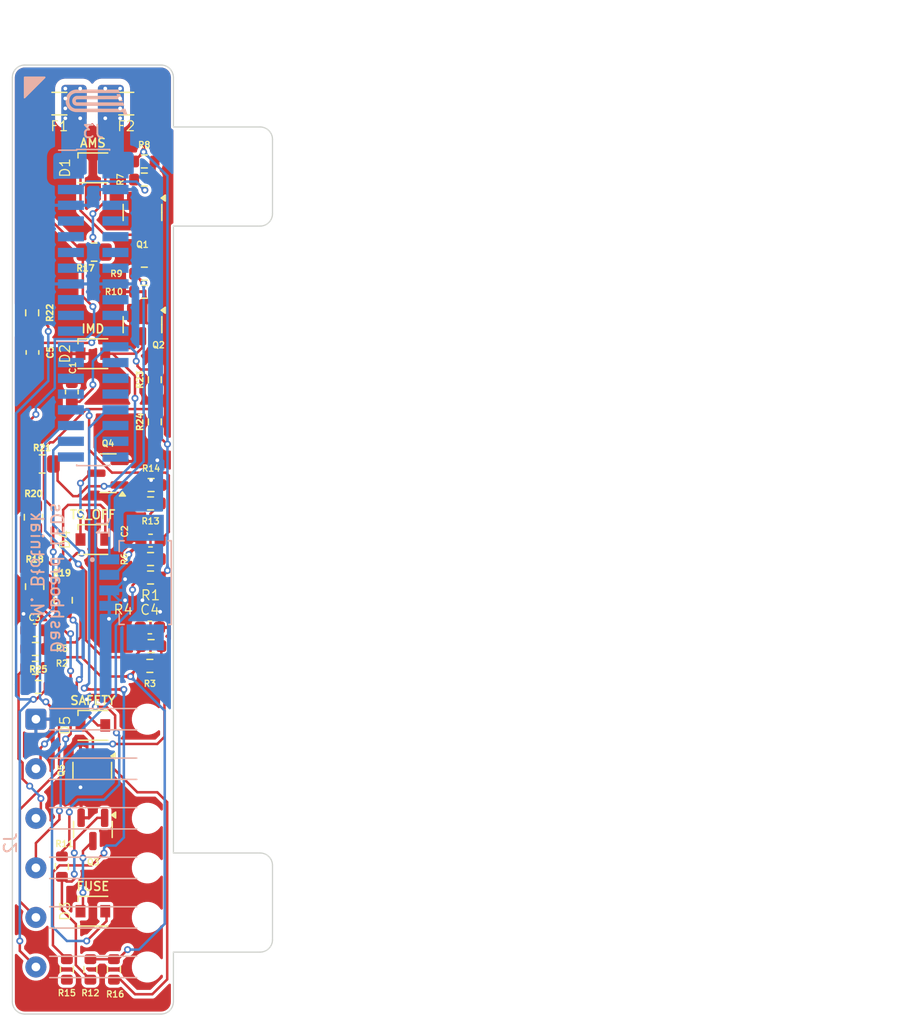
<source format=kicad_pcb>
(kicad_pcb (version 20240108) (generator "pcbnew") (generator_version "8.0")
  (title_block (title "Dashboard LEDs") (date "2024-04-12") (rev "${REVISION}") (company "Author: I. Kajdan") (comment 1 "Reviewer:"))
  (layers (0 "F.Cu" signal) (31 "B.Cu" signal) (34 "B.Paste" user) (35 "F.Paste" user) (36 "B.SilkS" user "B.Silkscreen") (37 "F.SilkS" user "F.Silkscreen") (38 "B.Mask" user) (39 "F.Mask" user) (44 "Edge.Cuts" user))
  (property "REVISION" "1.1")
  (net 0 "")
  (net 1 "Net-(D2-A)")
  (net 2 "+5V")
  (net 3 "/AMS")
  (net 4 "Net-(D4-A)")
  (net 5 "Net-(D1-A)")
  (net 6 "Net-(D1-K)")
  (net 7 "/DRS_BTN")
  (net 8 "Net-(D3-A)")
  (net 9 "/CS_BTN")
  (net 10 "Net-(D5-A)")
  (net 11 "GND")
  (net 12 "+3.3V")
  (net 13 "/SAFETY_LED")
  (net 14 "/USR_BTN")
  (net 15 "Net-(J2-Pin_6)")
  (net 16 "Net-(J3-Pin_1)")
  (net 17 "Net-(J3-Pin_2)")
  (net 18 "Net-(J2-Pin_2)")
  (net 19 "Net-(J2-Pin_3)")
  (net 20 "/RTD_BTN")
  (net 21 "/TS_OFF")
  (net 22 "/IMD")
  (net 23 "/FUSE_LED")
  (net 24 "/TSA_BTN")
  (net 25 "Net-(Q1-G)")
  (net 26 "Net-(Q2-G)")
  (net 27 "Net-(D4-K)")
  (net 28 "Net-(Q3-G)")
  (net 29 "Net-(D3-K)")
  (net 40 "Net-(J2-Pin_4)")
  (net 42 "Net-(J2-Pin_5)")
  (net 54 "Net-(D5-K)")
  (net 56 "Net-(Q4-G)")
  (net 57 "Net-(Q5-G)")
  (footprint "Resistor_SMD:R_0603_1608Metric" (layer "F.Cu") (at 156.155 104.765 180)
    (property "Reference" "R1")
    (property "Value" "10k")
  )
  (footprint "Resistor_SMD:R_0805_2012Metric" (layer "F.Cu") (at 146.7 99.9 -90)
    (property "Reference" "R20")
    (property "Value" "140")
  )
  (footprint "Resistor_SMD:R_0603_1608Metric" (layer "F.Cu") (at 146.855 112.055 180)
    (property "Reference" "R2")
    (property "Value" "10k")
  )
  (footprint "MountingHole:MountingHole_3.5mm" (layer "F.Cu") (at 162 72.4)
    (property "Reference" "REF**" (hide yes))
    (property "Value" "MountingHole_3.5mm")
  )
  (footprint "Package_TO_SOT_SMD:SOT-23" (layer "F.Cu") (at 151.45 120.3375 -90)
    (property "Reference" "Q5")
    (property "Value" "2N7002")
  )
  (footprint "Resistor_SMD:R_0805_2012Metric" (layer "F.Cu") (at 151.6 78.5)
    (property "Reference" "R17")
    (property "Value" "140")
  )
  (footprint "Capacitor_SMD:C_0603_1608Metric" (layer "F.Cu") (at 156.155 101.785 180)
    (property "Reference" "C2")
    (property "Value" "1u")
  )
  (footprint "Package_TO_SOT_SMD:SOT-23" (layer "F.Cu") (at 151.5 125.1 -90)
    (property "Reference" "Q3")
    (property "Value" "2N7002")
  )
  (footprint "Capacitor_SMD:C_0603_1608Metric" (layer "F.Cu") (at 149.8 89.8 90)
    (property "Reference" "C1")
    (property "Value" "1u")
  )
  (footprint "Resistor_SMD:R_0805_2012Metric" (layer "F.Cu") (at 149.1 106.6 -90)
    (property "Reference" "R19")
    (property "Value" "140")
  )
  (footprint "Local_Library:Wurth_Elektronik_150224" (layer "F.Cu") (at 151.5 86.7 180)
    (property "Reference" "D2")
    (property "Value" "Red")
  )
  (footprint "MountingHole:MountingHole_3.5mm" (layer "F.Cu") (at 162 131)
    (property "Reference" "REF**" (hide yes))
    (property "Value" "MountingHole_3.5mm")
  )
  (footprint "Fuse:Fuse_1206_3216Metric" (layer "F.Cu") (at 148.795 66.515 180)
    (property "Reference" "F1")
    (property "Value" "200 mA")
  )
  (footprint "Package_TO_SOT_SMD:SOT-23" (layer "F.Cu") (at 152.72 96.345 180)
    (property "Reference" "Q4")
    (property "Value" "2N7002")
  )
  (footprint "Resistor_SMD:R_0603_1608Metric" (layer "F.Cu") (at 153.2 136.4 -90)
    (property "Reference" "R16")
    (property "Value" "10k")
  )
  (footprint "Resistor_SMD:R_0603_1608Metric" (layer "F.Cu") (at 155.655 71.185)
    (property "Reference" "R8")
    (property "Value" "10k")
  )
  (footprint "Local_Library:Wurth_Elektronik_150224" (layer "F.Cu") (at 151.5 116.7 180)
    (property "Reference" "D5")
    (property "Value" "Yellow")
  )
  (footprint "Package_TO_SOT_SMD:SOT-23" (layer "F.Cu") (at 155.505 75.3 -90)
    (property "Reference" "Q1")
    (property "Value" "2N7002")
  )
  (footprint "Resistor_SMD:R_0603_1608Metric" (layer "F.Cu") (at 156.155 98.785 180)
    (property "Reference" "R13")
    (property "Value" "100R")
  )
  (footprint "Resistor_SMD:R_0603_1608Metric" (layer "F.Cu") (at 156.2 97.3)
    (property "Reference" "R14")
    (property "Value" "10k")
  )
  (footprint "Capacitor_SMD:C_0603_1608Metric" (layer "F.Cu") (at 156.1 108.8)
    (property "Reference" "C4")
    (property "Value" "1u")
  )
  (footprint "Resistor_SMD:R_0603_1608Metric" (layer "F.Cu") (at 146.6 83.4 -90)
    (property "Reference" "R22")
    (property "Value" "1k")
  )
  (footprint "Resistor_SMD:R_0603_1608Metric" (layer "F.Cu") (at 155.655 80.24)
    (property "Reference" "R9")
    (property "Value" "100R")
  )
  (footprint "Resistor_SMD:R_0603_1608Metric" (layer "F.Cu") (at 149.4 136.4 -90)
    (property "Reference" "R15")
    (property "Value" "100R")
  )
  (footprint "Resistor_SMD:R_0603_1608Metric" (layer "F.Cu") (at 155.655 72.645)
    (property "Reference" "R7")
    (property "Value" "100R")
  )
  (footprint "Resistor_SMD:R_0603_1608Metric" (layer "F.Cu") (at 151.3 136.4 -90)
    (property "Reference" "R12")
    (property "Value" "10k")
  )
  (footprint "Local_Library:Wurth_Elektronik_150224" (layer "F.Cu") (at 151.5 71.7 180)
    (property "Reference" "D1")
    (property "Value" "Red")
  )
  (footprint "Fuse:Fuse_1206_3216Metric" (layer "F.Cu") (at 154.195 66.515 180)
    (property "Reference" "F2")
    (property "Value" "200 mA")
  )
  (footprint "Resistor_SMD:R_0603_1608Metric" (layer "F.Cu") (at 156.1 111.9)
    (property "Reference" "R3")
    (property "Value" "10k")
  )
  (footprint "Resistor_SMD:R_0603_1608Metric" (layer "F.Cu") (at 156.5 88.8 -90)
    (property "Reference" "R23")
    (property "Value" "1k")
  )
  (footprint "Package_TO_SOT_SMD:SOT-23" (layer "F.Cu") (at 155.505 84.355 -90)
    (property "Reference" "Q2")
    (property "Value" "2N7002")
  )
  (footprint "Resistor_SMD:R_0603_1608Metric" (layer "F.Cu") (at 156.2 110.3)
    (property "Reference" "R4")
    (property "Value" "1k")
  )
  (footprint "Local_Library:Wurth_Elektronik_150224" (layer "F.Cu") (at 151.5 101.7 180)
    (property "Reference" "D4")
    (property "Value" "Green")
  )
  (footprint "Local_Library:Wurth_Elektronik_150224" (layer "F.Cu") (at 151.5 131.7 180)
    (property "Reference" "D3")
    (property "Value" "Yellow")
  )
  (footprint "Resistor_SMD:R_0603_1608Metric" (layer "F.Cu") (at 155.655 81.7 180)
    (property "Reference" "R10")
    (property "Value" "10k")
  )
  (footprint "Capacitor_SMD:C_0603_1608Metric" (layer "F.Cu") (at 146.625 86.6 -90)
    (property "Reference" "C5")
    (property "Value" "1u")
  )
  (footprint "Resistor_SMD:R_0603_1608Metric" (layer "F.Cu") (at 146.855 110.535)
    (property "Reference" "R5")
    (property "Value" "1k")
  )
  (footprint "Resistor_SMD:R_0603_1608Metric" (layer "F.Cu") (at 156.5 92.2 90)
    (property "Reference" "R24")
    (property "Value" "10k")
  )
  (footprint "Resistor_SMD:R_0805_2012Metric" (layer "F.Cu") (at 147.4 95.6)
    (property "Reference" "R21")
    (property "Value" "140")
  )
  (footprint "Capacitor_SMD:C_0603_1608Metric" (layer "F.Cu") (at 146.855 109.025 180)
    (property "Reference" "C3")
    (property "Value" "1u")
  )
  (footprint "Resistor_SMD:R_0603_1608Metric" (layer "F.Cu") (at 156.155 103.275 180)
    (property "Reference" "R6")
    (property "Value" "1k")
  )
  (footprint "Resistor_SMD:R_0603_1608Metric" (layer "F.Cu") (at 149 128.1 -90)
    (property "Reference" "R11")
    (property "Value" "100R")
  )
  (footprint "Resistor_SMD:R_0603_1608Metric" (layer "F.Cu") (at 147.1 113.6)
    (property "Reference" "R25")
    (property "Value" "10k")
  )
  (footprint "Resistor_SMD:R_0805_2012Metric" (layer "F.Cu") (at 146.8 105.5 -90)
    (property "Reference" "R18")
    (property "Value" "140")
  )
  (footprint "Connector_Wire:SolderWire-0.15sqmm_1x06_P4mm_D0.5mm_OD1.5mm_Relief" (layer "B.Cu") (at 146.9 116.2 -90)
    (property "Reference" "J2")
    (property "Value" "Conn_01x06")
  )
  (footprint "Local_Library:PUTM_Logo_5mm" (layer "B.Cu") (at 151.8 66.4 180)
    (property "Reference" "G***" (hide yes))
    (property "Value" "LOGO" (hide yes))
  )
  (footprint "Connector_PinSocket_1.27mm:PinSocket_2x20_P1.27mm_Vertical_SMD" (layer "B.Cu") (at 151.525 82.975 180)
    (property "Reference" "J3")
    (property "Value" "Expansion Connector")
  )
  (footprint "Local_Library:Molex_53261-0471" (layer "B.Cu") (at 152.825 105.175 -90)
    (property "Reference" "J1")
    (property "Value" "Harness")
  )
  (gr_poly (pts (xy 146 64.4) (xy 146 66) (xy 147.6 64.4)) (stroke (width 0.15)) (fill solid) (layer "B.SilkS"))
  (gr_line (start 158 76.4) (end 158 127) (stroke (width 0.1)) (layer "Edge.Cuts"))
  (gr_line (start 157 63.4) (end 146 63.4) (stroke (width 0.1)) (layer "Edge.Cuts"))
  (gr_line (start 145 64.4) (end 145 139) (stroke (width 0.1)) (layer "Edge.Cuts"))
  (gr_arc (start 165 68.4) (mid 165.707107 68.692893) (end 166 69.4) (stroke (width 0.1)) (layer "Edge.Cuts"))
  (gr_line (start 158 135) (end 158 139) (stroke (width 0.1)) (layer "Edge.Cuts"))
  (gr_line (start 158 76.4) (end 165 76.4) (stroke (width 0.1)) (layer "Edge.Cuts"))
  (gr_arc (start 158 139) (mid 157.707107 139.707107) (end 157 140) (stroke (width 0.1)) (layer "Edge.Cuts"))
  (gr_arc (start 157 63.4) (mid 157.707107 63.692893) (end 158 64.4) (stroke (width 0.1)) (layer "Edge.Cuts"))
  (gr_line (start 158 68.4) (end 165 68.4) (stroke (width 0.1)) (layer "Edge.Cuts"))
  (gr_arc (start 166 75.4) (mid 165.707107 76.107107) (end 165 76.4) (stroke (width 0.1)) (layer "Edge.Cuts"))
  (gr_line (start 166 134) (end 166 128) (stroke (width 0.1)) (layer "Edge.Cuts"))
  (gr_line (start 157 140) (end 146 140) (stroke (width 0.1)) (layer "Edge.Cuts"))
  (gr_line (start 158 64.4) (end 158 68.4) (stroke (width 0.1)) (layer "Edge.Cuts"))
  (gr_arc (start 166 134) (mid 165.707107 134.707107) (end 165 135) (stroke (width 0.1)) (layer "Edge.Cuts"))
  (gr_arc (start 146 140) (mid 145.292893 139.707107) (end 145 139) (stroke (width 0.1)) (layer "Edge.Cuts"))
  (gr_line (start 158 127) (end 165 127) (stroke (width 0.1)) (layer "Edge.Cuts"))
  (gr_arc (start 165 127) (mid 165.707107 127.292893) (end 166 128) (stroke (width 0.1)) (layer "Edge.Cuts"))
  (gr_line (start 158 135) (end 165 135) (stroke (width 0.1)) (layer "Edge.Cuts"))
  (gr_arc (start 145 64.4) (mid 145.292893 63.692893) (end 146 63.4) (stroke (width 0.1)) (layer "Edge.Cuts"))
  (gr_line (start 166 75.4) (end 166 69.4) (stroke (width 0.1)) (layer "Edge.Cuts"))
  (gr_text "Dashboard LEDs" (at 148 104.8 270) (layer "B.SilkS") (effects (font (size 1 1)) (justify bottom mirror)))
  (gr_text "M. Błotniak" (at 146.4 103.7 270) (layer "B.SilkS") (effects (font (size 1 1)) (justify bottom mirror)))
  (gr_text "FUSE" (at 151.5 130.1 0) (layer "F.SilkS") (effects (font (size 0.7 0.7) (thickness 0.13)) (justify bottom)))
  (gr_text "IMD" (at 151.5 85.1 0) (layer "F.SilkS") (effects (font (size 0.7 0.7) (thickness 0.13)) (justify bottom)))
  (gr_text "SAFETY" (at 151.5 115.1 0) (layer "F.SilkS") (effects (font (size 0.7 0.7) (thickness 0.13)) (justify bottom)))
  (gr_text "AMS" (at 151.5 70.1 0) (layer "F.SilkS") (effects (font (size 0.7 0.7) (thickness 0.13)) (justify bottom)))
  (gr_text "TS_OFF" (at 151.5 100.1 0) (layer "F.SilkS") (effects (font (size 0.7 0.7) (thickness 0.13)) (justify bottom)))
  (segment (start 152.5 86.7) (end 153.1 86.7) (width 0.2) (layer "F.Cu") (net 1))
  (segment (start 154.9 88.5) (end 154.9 90.3) (width 0.2) (layer "F.Cu") (net 1))
  (segment (start 148.65 96.95) (end 148.65 95.6) (width 0.2) (layer "F.Cu") (net 1))
  (segment (start 149.9 98.2) (end 148.65 96.95) (width 0.2) (layer "F.Cu") (net 1))
  (segment (start 152.4 97.4) (end 151.1 97.4) (width 0.2) (layer "F.Cu") (net 1))
  (segment (start 150.3 98.2) (end 149.9 98.2) (width 0.2) (layer "F.Cu") (net 1))
  (segment (start 154.6 88.2) (end 154.9 88.5) (width 0.2) (layer "F.Cu") (net 1))
  (segment (start 153.1 86.7) (end 154.6 88.2) (width 0.2) (layer "F.Cu") (net 1))
  (segment (start 151.1 97.4) (end 150.3 98.2) (width 0.2) (layer "F.Cu") (net 1))
  (segment (start 155.505 85.2925) (end 155.505 85.6925) (width 0.2) (layer "F.Cu") (net 1))
  (segment (start 152.515 86.715) (end 152.5 86.7) (width 0.2) (layer "F.Cu") (net 1))
  (segment (start 155.505 86.195) (end 155.505 85.2925) (width 0.2) (layer "F.Cu") (net 1))
  (segment (start 155 86.7) (end 155.505 86.195) (width 0.2) (layer "F.Cu") (net 1))
  (segment (start 152.5 86.7) (end 155 86.7) (width 0.2) (layer "F.Cu") (net 1))
  (via (at 152.4 97.4) (size 0.56) (drill 0.3) (layers "F.Cu" "B.Cu") (net 1))
  (via (at 154.9 90.3) (size 0.56) (drill 0.3) (layers "F.Cu" "B.Cu") (net 1))
  (segment (start 154.9 90.3) (end 154.9 95.39) (width 0.2) (layer "B.Cu") (net 1))
  (segment (start 154.9 95.39) (end 152.89 97.4) (width 0.2) (layer "B.Cu") (net 1))
  (segment (start 152.89 97.4) (end 152.4 97.4) (width 0.2) (layer "B.Cu") (net 1))
  (segment (start 146.4875 92.0125) (end 146.9 91.6) (width 0.2) (layer "F.Cu") (net 2))
  (segment (start 150.6875 82.0875) (end 151.5 82.9) (width 0.2) (layer "F.Cu") (net 2))
  (segment (start 147.395 75.2075) (end 147.395 66.515) (width 0.2) (layer "F.Cu") (net 2))
  (segment (start 146.4875 95.6) (end 146.4875 98.775) (width 0.2) (layer "F.Cu") (net 2))
  (segment (start 145.7 104.3) (end 145.9875 104.5875) (width 0.2) (layer "F.Cu") (net 2))
  (segment (start 145.7 99.9) (end 145.7 104.3) (width 0.2) (layer "F.Cu") (net 2))
  (segment (start 146.7 98.9875) (end 146.6125 98.9875) (width 0.2) (layer "F.Cu") (net 2))
  (segment (start 146.6125 98.9875) (end 145.7 99.9) (width 0.2) (layer "F.Cu") (net 2))
  (segment (start 146.4875 95.6) (end 146.4875 92.0125) (width 0.2) (layer "F.Cu") (net 2))
  (segment (start 146.8 104.5875) (end 148 104.5875) (width 0.2) (layer "F.Cu") (net 2))
  (segment (start 150.6875 78.5) (end 147.395 75.2075) (width 0.2) (layer "F.Cu") (net 2))
  (segment (start 147.395 66.305) (end 147.395 66.515) (width 0.2) (layer "F.Cu") (net 2))
  (segment (start 148 104.5875) (end 149.1 105.6875) (width 0.2) (layer "F.Cu") (net 2))
  (segment (start 145.9875 104.5875) (end 146.8 104.5875) (width 0.2) (layer "F.Cu") (net 2))
  (segment (start 150.6875 78.5) (end 150.6875 82.0875) (width 0.2) (layer "F.Cu") (net 2))
  (segment (start 146.4875 98.775) (end 146.7 98.9875) (width 0.2) (layer "F.Cu") (net 2))
  (via (at 151.5 82.9) (size 0.56) (drill 0.3) (layers "F.Cu" "B.Cu") (net 2))
  (via (at 146.9 91.6) (size 0.56) (drill 0.3) (layers "F.Cu" "B.Cu") (net 2))
  (segment (start 146.9 91) (end 146.9 91.6) (width 0.2) (layer "B.Cu") (net 2))
  (segment (start 151.6 84.9) (end 151.550466 84.9) (width 0.2) (layer "B.Cu") (net 2))
  (segment (start 148.425 85.525) (end 148.425 89.475) (width 0.2) (layer "B.Cu") (net 2))
  (segment (start 151.550466 84.9) (end 150.925466 85.525) (width 0.2) (layer "B.Cu") (net 2))
  (segment (start 151.5 82.9) (end 151.6 83) (width 0.2) (layer "B.Cu") (net 2))
  (segment (start 148.425 89.475) (end 147.8 90.1) (width 0.2) (layer "B.Cu") (net 2))
  (segment (start 147.8 90.1) (end 146.9 91) (width 0.2) (layer "B.Cu") (net 2))
  (segment (start 151.6 83) (end 151.6 84.9) (width 0.2) (layer "B.Cu") (net 2))
  (segment (start 150.925466 85.525) (end 148.425 85.525) (width 0.2) (layer "B.Cu") (net 2))
  (segment (start 155.7 73.5) (end 155.685 73.5) (width 0.2) (layer "F.Cu") (net 3))
  (segment (start 155.685 73.5) (end 154.83 72.645) (width 0.2) (layer "F.Cu") (net 3))
  (via (at 155.7 73.5) (size 0.56) (drill 0.3) (layers "F.Cu" "B.Cu") (net 3))
  (segment (start 155.01 72.81) (end 151.04 72.81) (width 0.2) (layer "B.Cu") (net 3))
  (segment (start 150.4 73.45) (end 149.725 73.45) (width 0.2) (layer "B.Cu") (net 3))
  (segment (start 155.7 73.5) (end 155.01 72.81) (width 0.2) (layer "B.Cu") (net 3))
  (segment (start 151.04 72.81) (end 150.4 73.45) (width 0.2) (layer "B.Cu") (net 3))
  (segment (start 152.1 98.9) (end 149.5 98.9) (width 0.2) (layer "F.Cu") (net 4))
  (segment (start 148.7 103.7) (end 148.1 103.7) (width 0.2) (layer "F.Cu") (net 4))
  (segment (start 146.7 102.3) (end 146.7 100.8125) (width 0.2) (layer "F.Cu") (net 4))
  (segment (start 149.5 98.9) (end 149.1 99.3) (width 0.2) (layer "F.Cu") (net 4))
  (segment (start 152.5 101.7) (end 152.5 99.3) (width 0.2) (layer "F.Cu") (net 4))
  (segment (start 149.1 99.3) (end 149.1 103.3) (width 0.2) (layer "F.Cu") (net 4))
  (segment (start 148.1 103.7) (end 146.7 102.3) (width 0.2) (layer "F.Cu") (net 4))
  (segment (start 152.5 99.3) (end 152.1 98.9) (width 0.2) (layer "F.Cu") (net 4))
  (segment (start 152.515 101.715) (end 152.5 101.7) (width 0.2) (layer "F.Cu") (net 4))
  (segment (start 149.1 103.3) (end 148.7 103.7) (width 0.2) (layer "F.Cu") (net 4))
  (segment (start 151.5 77.7) (end 151.5 77.3) (width 0.2) (layer "F.Cu") (net 5))
  (segment (start 152.3 78.5) (end 151.5 77.7) (width 0.2) (layer "F.Cu") (net 5))
  (segment (start 152.515 71.715) (end 152.5 71.7) (width 0.2) (layer "F.Cu") (net 5))
  (segment (start 152.5 74.4) (end 152.5 71.7) (width 0.2) (layer "F.Cu") (net 5))
  (segment (start 152.5125 78.5) (end 152.3 78.5) (width 0.2) (layer "F.Cu") (net 5))
  (segment (start 151.5 75.4) (end 152.5 74.4) (width 0.2) (layer "F.Cu") (net 5))
  (via (at 151.5 75.4) (size 0.56) (drill 0.3) (layers "F.Cu" "B.Cu") (net 5))
  (via (at 151.5 77.3) (size 0.56) (drill 0.3) (layers "F.Cu" "B.Cu") (net 5))
  (segment (start 151.5 77.3) (end 151.5 75.4) (width 0.2) (layer "B.Cu") (net 5))
  (segment (start 155.505 76.695) (end 155.505 76.2375) (width 0.2) (layer "F.Cu") (net 6))
  (segment (start 150.5 75.15) (end 152.45 77.1) (width 0.2) (layer "F.Cu") (net 6))
  (segment (start 150.5 71.7) (end 150.5 75.15) (width 0.2) (layer "F.Cu") (net 6))
  (segment (start 155.1 77.1) (end 155.505 76.695) (width 0.2) (layer "F.Cu") (net 6))
  (segment (start 152.45 77.1) (end 155.1 77.1) (width 0.2) (layer "F.Cu") (net 6))
  (segment (start 149.8 90.575) (end 150.425 90.575) (width 0.2) (layer "F.Cu") (net 7))
  (segment (start 156.5 87.975) (end 155.375 87.975) (width 0.2) (layer "F.Cu") (net 7))
  (segment (start 155.375 87.975) (end 155.1 87.7) (width 0.2) (layer "F.Cu") (net 7))
  (segment (start 155.1 87.4) (end 155 87.3) (width 0.2) (layer "F.Cu") (net 7))
  (segment (start 155.1 87.7) (end 155.1 87.4) (width 0.2) (layer "F.Cu") (net 7))
  (segment (start 150.425 90.575) (end 151.5 89.5) (width 0.2) (layer "F.Cu") (net 7))
  (segment (start 151.5 89.5) (end 151.5 89.2) (width 0.2) (layer "F.Cu") (net 7))
  (via (at 151.5 89.2) (size 0.56) (drill 0.3) (layers "F.Cu" "B.Cu") (net 7))
  (via (at 155 87.3) (size 0.56) (drill 0.3) (layers "F.Cu" "B.Cu") (net 7))
  (segment (start 152.65 86.15) (end 153.325 86.15) (width 0.2) (layer "B.Cu") (net 7))
  (segment (start 151.5 87.3) (end 152.65 86.15) (width 0.2) (layer "B.Cu") (net 7))
  (segment (start 155 87.3) (end 155 86.65) (width 0.2) (layer "B.Cu") (net 7))
  (segment (start 154.5 86.15) (end 153.325 86.15) (width 0.2) (layer "B.Cu") (net 7))
  (segment (start 151.5 89.2) (end 151.5 87.3) (width 0.2) (layer "B.Cu") (net 7))
  (segment (start 155 86.65) (end 154.5 86.15) (width 0.2) (layer "B.Cu") (net 7))
  (segment (start 152.6 132.5) (end 151 134.1) (width 0.2) (layer "F.Cu") (net 8))
  (segment (start 149.7 117.4) (end 149.7 112.3) (width 0.2) (layer "F.Cu") (net 8))
  (segment (start 152.5 131.7) (end 152.6 131.8) (width 0.2) (layer "F.Cu") (net 8))
  (segment (start 146.8 106.639034) (end 149.460966 109.3) (width 0.2) (layer "F.Cu") (net 8))
  (segment (start 152.6 131.8) (end 152.6 132.5) (width 0.2) (layer "F.Cu") (net 8))
  (segment (start 149.460966 109.3) (end 149.7 109.3) (width 0.2) (layer "F.Cu") (net 8))
  (segment (start 149.3 117.8) (end 149.7 117.4) (width 0.2) (layer "F.Cu") (net 8))
  (segment (start 146.8 106.4125) (end 146.8 106.639034) (width 0.2) (layer "F.Cu") (net 8))
  (via (at 149.7 109.3) (size 0.56) (drill 0.3) (layers "F.Cu" "B.Cu") (net 8))
  (via (at 149.7 112.3) (size 0.56) (drill 0.3) (layers "F.Cu" "B.Cu") (net 8))
  (via (at 149.3 117.8) (size 0.56) (drill 0.3) (layers "F.Cu" "B.Cu") (net 8))
  (via (at 151 134.1) (size 0.56) (drill 0.3) (layers "F.Cu" "B.Cu") (net 8))
  (segment (start 149.3 118.4) (end 149.3 117.8) (width 0.2) (layer "B.Cu") (net 8))
  (segment (start 148.2 119.5) (end 149.3 118.4) (width 0.2) (layer "B.Cu") (net 8))
  (segment (start 148.2 132.9) (end 148.2 129.8) (width 0.2) (layer "B.Cu") (net 8))
  (segment (start 149.4 134.1) (end 149 133.7) (width 0.2) (layer "B.Cu") (net 8))
  (segment (start 151 134.1) (end 149.4 134.1) (width 0.2) (layer "B.Cu") (net 8))
  (segment (start 149.3 117.8) (end 149.3 117.7) (width 0.2) (layer "B.Cu") (net 8))
  (segment (start 149 133.7) (end 148.2 132.9) (width 0.2) (layer "B.Cu") (net 8))
  (segment (start 149.7 110.4) (end 149.7 109.3) (width 0.2) (layer "B.Cu") (net 8))
  (segment (start 148.2 129.8) (end 148.2 119.5) (width 0.2) (layer "B.Cu") (net 8))
  (segment (start 149.7 112.3) (end 149.7 110.4) (width 0.2) (layer "B.Cu") (net 8))
  (segment (start 157.4 96.3) (end 155.9 96.3) (width 0.2) (layer "F.Cu") (net 9))
  (segment (start 156.93 101.785) (end 157.63 101.085) (width 0.2) (layer "F.Cu") (net 9))
  (segment (start 156.98 101.835) (end 156.93 101.785) (width 0.2) (layer "F.Cu") (net 9))
  (segment (start 153.044842 96.3) (end 151.2 94.455158) (width 0.2) (layer "F.Cu") (net 9))
  (segment (start 151.2 94.455158) (end 151.2 91.7) (width 0.2) (layer "F.Cu") (net 9))
  (segment (start 157.63 96.53) (end 157.4 96.3) (width 0.2) (layer "F.Cu") (net 9))
  (segment (start 156.98 103.275) (end 156.98 101.835) (width 0.2) (layer "F.Cu") (net 9))
  (segment (start 155.9 96.3) (end 153.044842 96.3) (width 0.2) (layer "F.Cu") (net 9))
  (segment (start 157.63 101.085) (end 157.63 96.53) (width 0.2) (layer "F.Cu") (net 9))
  (via (at 151.2 91.7) (size 0.56) (drill 0.3) (layers "F.Cu" "B.Cu") (net 9))
  (segment (start 150.87 91.23) (end 149.725 91.23) (width 0.2) (layer "B.Cu") (net 9))
  (segment (start 150.9 91.2) (end 150.87 91.23) (width 0.2) (layer "B.Cu") (net 9))
  (segment (start 151.2 91.3) (end 151.1 91.2) (width 0.2) (layer "B.Cu") (net 9))
  (segment (start 151.2 91.7) (end 151.2 91.3) (width 0.2) (layer "B.Cu") (net 9))
  (segment (start 151.1 91.2) (end 150.9 91.2) (width 0.2) (layer "B.Cu") (net 9))
  (segment (start 149.07 91.23) (end 149.725 91.23) (width 0.2) (layer "B.Cu") (net 9))
  (segment (start 150.2 113.2) (end 150.4 113) (width 0.2) (layer "F.Cu") (net 10))
  (segment (start 149.1 107.5125) (end 149.2125 107.5125) (width 0.2) (layer "F.Cu") (net 10))
  (segment (start 152.515 116.715) (end 152.5 116.7) (width 0.2) (layer "F.Cu") (net 10))
  (segment (start 150.2 115) (end 150.2 113.3) (width 0.2) (layer "F.Cu") (net 10))
  (segment (start 152.5 116.7) (end 151.9 116.7) (width 0.2) (layer "F.Cu") (net 10))
  (segment (start 151.9 116.7) (end 150.2 115) (width 0.2) (layer "F.Cu") (net 10))
  (segment (start 150.2 113.3) (end 150.2 113.2) (width 0.2) (layer "F.Cu") (net 10))
  (segment (start 149.2125 107.5125) (end 149.9 108.2) (width 0.2) (layer "F.Cu") (net 10))
  (via (at 150.4 113) (size 0.56) (drill 0.3) (layers "F.Cu" "B.Cu") (net 10))
  (via (at 149.9 108.2) (size 0.56) (drill 0.3) (layers "F.Cu" "B.Cu") (net 10))
  (segment (start 150.6 111.8) (end 150.6 112.8) (width 0.2) (layer "B.Cu") (net 10))
  (segment (start 149.9 108.2) (end 150.23 108.53) (width 0.2) (layer "B.Cu") (net 10))
  (segment (start 150.23 111.43) (end 150.6 111.8) (width 0.2) (layer "B.Cu") (net 10))
  (segment (start 150.23 108.53) (end 150.23 111.43) (width 0.2) (layer "B.Cu") (net 10))
  (segment (start 150.6 112.8) (end 150.4 113) (width 0.2) (layer "B.Cu") (net 10))
  (segment (start 156.605 95.395) (end 156.7 95.3) (width 0.2) (layer "F.Cu") (net 11))
  (segment (start 151 114.6) (end 154.345 114.6) (width 0.2) (layer "F.Cu") (net 11))
  (segment (start 153.87 102.680466) (end 154.765466 101.785) (width 0.2) (layer "F.Cu") (net 11))
  (segment (start 156.93 107.53) (end 156.9 107.5) (width 0.2) (layer "F.Cu") (net 11))
  (segment (start 148.275 89.025) (end 146.625 87.375) (width 0.2) (layer "F.Cu") (net 11))
  (segment (start 156.2 96.9) (end 156.2 97) (width 0.2) (layer "F.Cu") (net 11))
  (segment (start 153.6575 95.395) (end 156.605 95.395) (width 0.2) (layer "F.Cu") (net 11))
  (segment (start 154.765466 101.785) (end 155.38 101.785) (width 0.2) (layer "F.Cu") (net 11))
  (segment (start 156.875 107.585) (end 156.93 107.53) (width 0.2) (layer "F.Cu") (net 11))
  (segment (start 156.875 108.8) (end 156.875 107.585) (width 0.2) (layer "F.Cu") (net 11))
  (segment (start 149.8 89.025) (end 148.275 89.025) (width 0.2) (layer "F.Cu") (net 11))
  (segment (start 150.55 124.1625) (end 150.55 121.75) (width 0.2) (layer "F.Cu") (net 11))
  (segment (start 150.5 121.7) (end 150.5 119.4) (width 0.2) (layer "F.Cu") (net 11))
  (segment (start 145.9 107.7) (end 145.9 108.845) (width 0.2) (layer "F.Cu") (net 11))
  (segment (start 145.9 108.845) (end 146.08 109.025) (width 0.2) (layer "F.Cu") (net 11))
  (segment (start 156.2 97) (end 156.5 97.3) (width 0.2) (layer "F.Cu") (net 11))
  (segment (start 150.55 121.65) (end 150.5 121.7) (width 0.2) (layer "F.Cu") (net 11))
  (segment (start 150.5 88.325) (end 149.8 89.025) (width 0.2) (layer "F.Cu") (net 11))
  (segment (start 153.87 104.67) (end 153.87 102.680466) (width 0.2) (layer "F.Cu") (net 11))
  (segment (start 150.55 121.75) (end 150.5 121.7) (width 0.2) (layer "F.Cu") (net 11))
  (segment (start 156.5 97.3) (end 157.025 97.3) (width 0.2) (layer "F.Cu") (net 11))
  (segment (start 155.5 106.6) (end 154.3 106.6) (width 0.2) (layer "F.Cu") (net 11))
  (segment (start 154.1 104.9) (end 153.87 104.67) (width 0.2) (layer "F.Cu") (net 11))
  (segment (start 150.5 86.7) (end 150.5 88.325) (width 0.2) (layer "F.Cu") (net 11))
  (segment (start 154.3 106.6) (end 154.1 106.6) (width 0.2) (layer "F.Cu") (net 11))
  (via (at 151 114.6) (size 0.56) (drill 0.3) (layers "F.Cu" "B.Cu") (net 11))
  (via (at 152.8 108.1) (size 0.5) (drill 0.3) (layers "F.Cu" "B.Cu") (net 11))
  (via (at 156.7 95.3) (size 0.5) (drill 0.3) (layers "F.Cu" "B.Cu") (net 11))
  (via (at 145.9 107.7) (size 0.5) (drill 0.3) (layers "F.Cu" "B.Cu") (net 11))
  (via (at 154.1 104.9) (size 0.56) (drill 0.3) (layers "F.Cu" "B.Cu") (net 11))
  (via (at 155.5 106.6) (size 0.56) (drill 0.3) (layers "F.Cu" "B.Cu") (net 11))
  (via (at 150.5 121.7) (size 0.56) (drill 0.3) (layers "F.Cu" "B.Cu") (net 11))
  (via (at 154.1 106.6) (size 0.56) (drill 0.3) (layers "F.Cu" "B.Cu") (net 11))
  (via (at 156.93 107.53) (size 0.56) (drill 0.3) (layers "F.Cu" "B.Cu") (net 11))
  (via (at 156.2 96.9) (size 0.56) (drill 0.3) (layers "F.Cu" "B.Cu") (net 11))
  (segment (start 156.93 107.53) (end 156.9 107.5) (width 0.2) (layer "B.Cu") (net 11))
  (segment (start 152.8 107.075) (end 152.825 107.05) (width 0.2) (layer "B.Cu") (net 11))
  (segment (start 157.17 96.03) (end 157.1 96.1) (width 0.2) (layer "B.Cu") (net 11))
  (segment (start 155.8 106.6) (end 155.5 106.6) (width 0.2) (layer "B.Cu") (net 11))
  (segment (start 156.2 96.7) (end 156.2 96.9) (width 0.2) (layer "B.Cu") (net 11))
  (segment (start 156.8 96.4) (end 156.5 96.4) (width 0.2) (layer "B.Cu") (net 11))
  (segment (start 152.8 108.1) (end 152.8 107.075) (width 0.2) (layer "B.Cu") (net 11))
  (segment (start 156.9 106.9) (end 156.6 106.6) (width 0.2) (layer "B.Cu") (net 11))
  (segment (start 154.1 104.925) (end 154.1 104.9) (width 0.2) (layer "B.Cu") (net 11))
  (segment (start 157.17 95.37) (end 157.17 95.4) (width 0.2) (layer "B.Cu") (net 11))
  (segment (start 156.9 107.5) (end 156.9 106.9) (width 0.2) (layer "B.Cu") (net 11))
  (segment (start 156.7 95.3) (end 157.1 95.3) (width 0.2) (layer "B.Cu") (net 11))
  (segment (start 152.825 105.8) (end 152.825 107.05) (width 0.2) (layer "B.Cu") (net 11))
  (segment (start 149.425 116.175) (end 146.925 116.175) (width 0.2) (layer "B.Cu") (net 11))
  (segment (start 151 114.6) (end 149.425 116.175) (width 0.2) (layer "B.Cu") (net 11))
  (segment (start 157.1 96.1) (end 156.8 96.4) (width 0.2) (layer "B.Cu") (net 11))
  (segment (start 153.225 105.8) (end 154.1 104.925) (width 0.2) (layer "B.Cu") (net 11))
  (segment (start 152.825 105.8) (end 153.225 105.8) (width 0.2) (layer "B.Cu") (net 11))
  (segment (start 156.6 106.6) (end 155.8 106.6) (width 0.2) (layer "B.Cu") (net 11))
  (segment (start 154.1 106.6) (end 153.625 106.6) (width 0.2) (layer "B.Cu") (net 11))
  (segment (start 153.625 106.6) (end 152.825 105.8) (width 0.2) (layer "B.Cu") (net 11))
  (segment (start 157.1 95.3) (end 157.17 95.37) (width 0.2) (layer "B.Cu") (net 11))
  (segment (start 157.17 95.4) (end 157.17 96.03) (width 0.2) (layer "B.Cu") (net 11))
  (segment (start 156.5 96.4) (end 156.2 96.7) (width 0.2) (layer "B.Cu") (net 11))
  (segment (start 148.5 111.2) (end 147.68 112.02) (width 0.2) (layer "F.Cu") (net 12))
  (segment (start 146.275 113.46) (end 147.68 112.055) (width 0.2) (layer "F.Cu") (net 12))
  (segment (start 156.98 104.765) (end 156.15 105.595) (width 0.2) (layer "F.Cu") (net 12))
  (segment (start 154.54 112.755) (end 154.54 112.635) (width 0.2) (layer "F.Cu") (net 12))
  (segment (start 153.2 135.575) (end 151.3 135.575) (width 0.2) (layer "F.Cu") (net 12))
  (segment (start 152.155 112.755) (end 150.6 111.2) (width 0.2) (layer "F.Cu") (net 12))
  (segment (start 156.98 104.74) (end 157.52 104.2) (width 0.2) (layer "F.Cu") (net 12))
  (segment (start 154.54 112.755) (end 152.155 112.755) (width 0.2) (layer "F.Cu") (net 12))
  (segment (start 150.6 111.2) (end 148.5 111.2) (width 0.2) (layer "F.Cu") (net 12))
  (segment (start 156.15 111.45) (end 155.7 111.9) (width 0.2) (layer "F.Cu") (net 12))
  (segment (start 155.595 70.42) (end 155.595 66.515) (width 0.2) (layer "F.Cu") (net 12))
  (segment (start 156.15 105.595) (end 156.15 111.45) (width 0.2) (layer "F.Cu") (net 12))
  (segment (start 147.68 112.02) (end 147.68 112.055) (width 0.2) (layer "F.Cu") (net 12))
  (segment (start 156.98 104.765) (end 156.98 104.74) (width 0.2) (layer "F.Cu") (net 12))
  (segment (start 157.475 94) (end 156.5 93.025) (width 0.2) (layer "F.Cu") (net 12))
  (segment (start 154.54 112.635) (end 155.275 111.9) (width 0.2) (layer "F.Cu") (net 12))
  (segment (start 153.525 135.575) (end 154.3 134.8) (width 0.2) (layer "F.Cu") (net 12))
  (segment (start 153.2 135.575) (end 153.525 135.575) (width 0.2) (layer "F.Cu") (net 12))
  (segment (start 146.275 113.6) (end 146.275 113.46) (width 0.2) (layer "F.Cu") (net 12))
  (segment (start 155.7 111.9) (end 155.275 111.9) (width 0.2) (layer "F.Cu") (net 12))
  (segment (start 154.83 71.185) (end 155.595 70.42) (width 0.2) (layer "F.Cu") (net 12))
  (segment (start 157.52 94) (end 157.475 94) (width 0.2) (layer "F.Cu") (net 12))
  (via (at 154.3 134.8) (size 0.56) (drill 0.3) (layers "F.Cu" "B.Cu") (net 12))
  (via (at 157.52 94) (size 0.56) (drill 0.3) (layers "F.Cu" "B.Cu") (net 12))
  (via (at 155.595 70.42) (size 0.56) (drill 0.3) (layers "F.Cu" "B.Cu") (net 12))
  (via (at 157.52 104.2) (size 0.56) (drill 0.3) (layers "F.Cu" "B.Cu") (net 12))
  (via (at 154.54 112.755) (size 0.56) (drill 0.3) (layers "F.Cu" "B.Cu") (net 12))
  (segment (start 155.214845 134.8) (end 157.3 132.714845) (width 0.2) (layer "B.Cu") (net 12))
  (segment (start 157.3 115.515) (end 154.54 112.755) (width 0.2) (layer "B.Cu") (net 12))
  (segment (start 157.3 132.714845) (end 157.3 115.515) (width 0.2) (layer "B.Cu") (net 12))
  (segment (start 157.52 94) (end 157.52 72.345) (width 0.2) (layer "B.Cu") (net 12))
  (segment (start 154.629906 112.844906) (end 154.54 112.755) (width 0.2) (layer "B.Cu") (net 12))
  (segment (start 154.3 134.8) (end 155.214845 134.8) (width 0.2) (layer "B.Cu") (net 12))
  (segment (start 157.52 104.2) (end 157.52 94) (width 0.2) (layer "B.Cu") (net 12))
  (segment (start 157.52 72.345) (end 155.595 70.42) (width 0.2) (layer "B.Cu") (net 12))
  (segment (start 151.4 128) (end 152.4 127) (width 0.2) (layer "F.Cu") (net 13))
  (segment (start 149.4 135.575) (end 148.275 134.45) (width 0.2) (layer "F.Cu") (net 13))
  (segment (start 150.9 113.8) (end 154 113.8) (width 0.2) (layer "F.Cu") (net 13))
  (segment (start 150.8 113.7) (end 150.9 113.8) (width 0.2) (layer "F.Cu") (net 13))
  (segment (start 148.275 128.533062) (end 148.808062 128) (width 0.2) (layer "F.Cu") (net 13))
  (segment (start 148.808062 128) (end 151.4 128) (width 0.2) (layer "F.Cu") (net 13))
  (segment (start 148.275 134.45) (end 148.275 128.533062) (width 0.2) (layer "F.Cu") (net 13))
  (via (at 152.4 127) (size 0.56) (drill 0.3) (layers "F.Cu" "B.Cu") (net 13))
  (via (at 150.8 113.7) (size 0.56) (drill 0.3) (layers "F.Cu" "B.Cu") (net 13))
  (via (at 154 113.8) (size 0.56) (drill 0.3) (layers "F.Cu" "B.Cu") (net 13))
  (segment (start 151.2 92.68) (end 152.65 91.23) (width 0.2) (layer "B.Cu") (net 13))
  (segment (start 154 125.75) (end 154 113.8) (width 0.2) (layer "B.Cu") (net 13))
  (segment (start 150.8 113.7) (end 151.2 113.3) (width 0.2) (layer "B.Cu") (net 13))
  (segment (start 152.6 126.4) (end 152.4 126.6) (width 0.2) (layer "B.Cu") (net 13))
  (segment (start 152.4 126.6) (end 152.4 127) (width 0.2) (layer "B.Cu") (net 13))
  (segment (start 153.35 126.4) (end 152.6 126.4) (width 0.2) (layer "B.Cu") (net 13))
  (segment (start 152.65 91.23) (end 153.325 91.23) (width 0.2) (layer "B.Cu") (net 13))
  (segment (start 154 125.75) (end 153.35 126.4) (width 0.2) (layer "B.Cu") (net 13))
  (segment (start 151.2 113.3) (end 151.2 92.68) (width 0.2) (layer "B.Cu") (net 13))
  (segment (start 145.5 84.9) (end 146.425 85.825) (width 0.2) (layer "F.Cu") (net 14))
  (segment (start 146.425 85.825) (end 146.625 85.825) (width 0.2) (layer "F.Cu") (net 14))
  (segment (start 146.025 82.575) (end 146.6 82.575) (width 0.2) (layer "F.Cu") (net 14))
  (segment (start 146.625 85.825) (end 151.375 85.825) (width 0.2) (layer "F.Cu") (net 14))
  (segment (start 146.025 82.575) (end 145.5 83.1) (width 0.2) (layer "F.Cu") (net 14))
  (segment (start 145.5 83.1) (end 145.5 84.9) (width 0.2) (layer "F.Cu") (net 14))
  (segment (start 151.375 85.825) (end 151.4 85.8) (width 0.2) (layer "F.Cu") (net 14))
  (via (at 151.4 85.8) (size 0.56) (drill 0.3) (layers "F.Cu" "B.Cu") (net 14))
  (segment (start 151.4 85.8) (end 152.32 84.88) (width 0.2) (layer "B.Cu") (net 14))
  (segment (start 152.32 84.88) (end 153.325 84.88) (width 0.2) (layer "B.Cu") (net 14))
  (segment (start 145.6 134.9) (end 146.9 136.2) (width 0.2) (layer "F.Cu") (net 15))
  (segment (start 147.9 84.9) (end 147.9 84.5) (width 0.2) (layer "F.Cu") (net 15))
  (segment (start 147.9 84.5) (end 147.625 84.225) (width 0.2) (layer "F.Cu") (net 15))
  (segment (start 147.625 84.225) (end 146.6 84.225) (width 0.2) (layer "F.Cu") (net 15))
  (segment (start 146.7 114.6) (end 146.925 114.6) (width 0.2) (layer "F.Cu") (net 15))
  (segment (start 146.925 114.6) (end 147.925 113.6) (width 0.2) (layer "F.Cu") (net 15))
  (segment (start 145.6 134.1) (end 145.6 134.9) (width 0.2) (layer "F.Cu") (net 15))
  (via (at 147.9 84.9) (size 0.56) (drill 0.3) (layers "F.Cu" "B.Cu") (net 15))
  (via (at 145.6 134.1) (size 0.56) (drill 0.3) (layers "F.Cu" "B.Cu") (net 15))
  (via (at 146.7 114.6) (size 0.56) (drill 0.3) (layers "F.Cu" "B.Cu") (net 15))
  (segment (start 147.9 84.9) (end 147.9 88.9) (width 0.2) (layer "B.Cu") (net 15))
  (segment (start 145.3 114.3) (end 145.6 114.6) (width 0.2) (layer "B.Cu") (net 15))
  (segment (start 145.6 115.585966) (end 146.585966 114.6) (width 0.2) (layer "B.Cu") (net 15))
  (segment (start 146.585966 114.6) (end 146.7 114.6) (width 0.2) (layer "B.Cu") (net 15))
  (segment (start 145.3 91.5) (end 145.3 113.4) (width 0.2) (layer "B.Cu") (net 15))
  (segment (start 145.6 134.1) (end 145.6 115.585966) (width 0.2) (layer "B.Cu") (net 15))
  (segment (start 145.6 114.6) (end 146.7 114.6) (width 0.2) (layer "B.Cu") (net 15))
  (segment (start 147.9 88.9) (end 145.3 91.5) (width 0.2) (layer "B.Cu") (net 15))
  (segment (start 145.3 113.4) (end 145.3 114.3) (width 0.2) (layer "B.Cu") (net 15))
  (via (at 149.275 66.9) (size 0.5) (drill 0.3) (layers "F.Cu" "B.Cu") (net 16))
  (via (at 150.475 67.7) (size 0.5) (drill 0.3) (layers "F.Cu" "B.Cu") (net 16))
  (via (at 149.275 66.1) (size 0.5) (drill 0.3) (layers "F.Cu" "B.Cu") (net 16))
  (via (at 149.275 65.3) (size 0.5) (drill 0.3) (layers "F.Cu" "B.Cu") (net 16))
  (via (at 150.475 65.3) (size 0.5) (drill 0.3) (layers "F.Cu" "B.Cu") (net 16))
  (via (at 149.275 67.7) (size 0.5) (drill 0.3) (layers "F.Cu" "B.Cu") (net 16))
  (via (at 153.7 65.3) (size 0.5) (drill 0.3) (layers "F.Cu" "B.Cu") (net 17))
  (via (at 152.5 67.7) (size 0.5) (drill 0.3) (layers "F.Cu" "B.Cu") (net 17))
  (via (at 153.7 67.7) (size 0.5) (drill 0.3) (layers "F.Cu" "B.Cu") (net 17))
  (via (at 153.7 66.9) (size 0.5) (drill 0.3) (layers "F.Cu" "B.Cu") (net 17))
  (via (at 152.5 65.3) (size 0.5) (drill 0.3) (layers "F.Cu" "B.Cu") (net 17))
  (via (at 153.7 66.1) (size 0.5) (drill 0.3) (layers "F.Cu" "B.Cu") (net 17))
  (segment (start 147.275 119.825) (end 146.925 120.175) (width 0.2) (layer "F.Cu") (net 18))
  (segment (start 147.275 118.525) (end 147.275 119.825) (width 0.2) (layer "F.Cu") (net 18))
  (segment (start 147.6 118.2) (end 147.275 118.525) (width 0.2) (layer "F.Cu") (net 18))
  (segment (start 154.7 105.395) (end 155.33 104.765) (width 0.2) (layer "F.Cu") (net 18))
  (segment (start 154.7 105.75) (end 154.7 105.395) (width 0.2) (layer "F.Cu") (net 18))
  (segment (start 155.33 103.275) (end 155.33 104.765) (width 0.2) (layer "F.Cu") (net 18))
  (via (at 154.7 105.75) (size 0.56) (drill 0.3) (layers "F.Cu" "B.Cu") (net 18))
  (via (at 147.6 118.2) (size 0.56) (drill 0.3) (layers "F.Cu" "B.Cu") (net 18))
  (segment (start 153.35 114.299534) (end 150.5355 117.114034) (width 0.2) (layer "B.Cu") (net 18))
  (segment (start 153.35 108.65) (end 153.35 114.299534) (width 0.2) (layer "B.Cu") (net 18))
  (segment (start 148.685966 117.114034) (end 147.6 118.2) (width 0.2) (layer "B.Cu") (net 18))
  (segment (start 150.5355 117.114034) (end 148.685966 117.114034) (width 0.2) (layer "B.Cu") (net 18))
  (segment (start 154.7 107.3) (end 153.35 108.65) (width 0.2) (layer "B.Cu") (net 18))
  (segment (start 154.7 105.75) (end 154.7 107.3) (width 0.2) (layer "B.Cu") (net 18))
  (segment (start 147.3 123.8) (end 146.9 124.2) (width 0.2) (layer "F.Cu") (net 19))
  (segment (start 145.5 112.585) (end 145.5 119.394365) (width 0.2) (layer "F.Cu") (net 19))
  (segment (start 146.03 112.055) (end 145.5 112.585) (width 0.2) (layer "F.Cu") (net 19))
  (segment (start 146.03 110.535) (end 146.03 112.055) (width 0.2) (layer "F.Cu") (net 19))
  (segment (start 145.825 119.719365) (end 145.825 121.025) (width 0.2) (layer "F.Cu") (net 19))
  (segment (start 145.825 121.025) (end 146.4 121.6) (width 0.2) (layer "F.Cu") (net 19))
  (segment (start 147.3 122.6) (end 147.3 123.8) (width 0.2) (layer "F.Cu") (net 19))
  (segment (start 145.5 119.394365) (end 145.825 119.719365) (width 0.2) (layer "F.Cu") (net 19))
  (via (at 147.3 122.6) (size 0.56) (drill 0.3) (layers "F.Cu" "B.Cu") (net 19))
  (via (at 146.4 121.6) (size 0.56) (drill 0.3) (layers "F.Cu" "B.Cu") (net 19))
  (segment (start 146.4 121.6) (end 147.3 122.5) (width 0.2) (layer "B.Cu") (net 19))
  (segment (start 147.3 122.5) (end 147.3 122.6) (width 0.2) (layer "B.Cu") (net 19))
  (segment (start 155.375 110.3) (end 155.375 108.85) (width 0.2) (layer "F.Cu") (net 20))
  (segment (start 154.8 111.2) (end 155.375 110.625) (width 0.2) (layer "F.Cu") (net 20))
  (segment (start 155.375 110.625) (end 155.375 110.3) (width 0.2) (layer "F.Cu") (net 20))
  (segment (start 150.95 109.845) (end 152.305 111.2) (width 0.2) (layer "F.Cu") (net 20))
  (segment (start 150.95 104.3) (end 150.95 109.845) (width 0.2) (layer "F.Cu") (net 20))
  (segment (start 155.375 108.85) (end 155.325 108.8) (width 0.2) (layer "F.Cu") (net 20))
  (segment (start 150.325 103.675) (end 150.95 104.3) (width 0.2) (layer "F.Cu") (net 20))
  (segment (start 152.305 111.2) (end 154.8 111.2) (width 0.2) (layer "F.Cu") (net 20))
  (via (at 150.325 103.675) (size 0.56) (drill 0.3) (layers "F.Cu" "B.Cu") (net 20))
  (segment (start 147.65 93.9) (end 149.05 92.5) (width 0.2) (layer "B.Cu") (net 20))
  (segment (start 150.325 103.675) (end 147.65 101) (width 0.2) (layer "B.Cu") (net 20))
  (segment (start 147.65 101) (end 147.65 93.9) (width 0.2) (layer "B.Cu") (net 20))
  (segment (start 149.05 92.5) (end 149.725 92.5) (width 0.2) (layer "B.Cu") (net 20))
  (segment (start 156.15 99.615) (end 156.98 98.785) (width 0.2) (layer "F.Cu") (net 21))
  (segment (start 154.79 102.51) (end 155.848993 102.51) (width 0.2) (layer "F.Cu") (net 21))
  (segment (start 154.4 102.9) (end 154.79 102.51) (width 0.2) (layer "F.Cu") (net 21))
  (segment (start 156.15 102.208993) (end 156.15 99.615) (width 0.2) (layer "F.Cu") (net 21))
  (segment (start 155.848993 102.51) (end 156.15 102.208993) (width 0.2) (layer "F.Cu") (net 21))
  (via (at 154.4 102.9) (size 0.56) (drill 0.3) (layers "F.Cu" "B.Cu") (net 21))
  (segment (start 154.4 102.9) (end 154.4 103.375) (width 0.2) (layer "B.Cu") (net 21))
  (segment (start 153.225 104.55) (end 152.825 104.55) (width 0.2) (layer "B.Cu") (net 21))
  (segment (start 154.4 103.375) (end 153.225 104.55) (width 0.2) (layer "B.Cu") (net 21))
  (segment (start 155.6 81) (end 155.59 81) (width 0.2) (layer "F.Cu") (net 22))
  (segment (start 155.59 81) (end 154.83 80.24) (width 0.2) (layer "F.Cu") (net 22))
  (via (at 155.6 81) (size 0.56) (drill 0.3) (layers "F.Cu" "B.Cu") (net 22))
  (segment (start 152.825 98.175) (end 155.6 95.4) (width 0.2) (layer "B.Cu") (net 22))
  (segment (start 155.6 95.4) (end 155.6 81) (width 0.2) (layer "B.Cu") (net 22))
  (segment (start 152.825 103.3) (end 152.825 98.175) (width 0.2) (layer "B.Cu") (net 22))
  (segment (start 149 126.875) (end 149 127.275) (width 0.2) (layer "F.Cu") (net 23))
  (segment (start 151.7 115.2) (end 152.6 115.2) (width 0.2) (layer "F.Cu") (net 23))
  (segment (start 149.6 123.7) (end 149.6 126.275) (width 0.2) (layer "F.Cu") (net 23))
  (segment (start 153.3 117.2) (end 153.4 117.3) (width 0.2) (layer "F.Cu") (net 23))
  (segment (start 153.3 115.9) (end 153.3 116.1) (width 0.2) (layer "F.Cu") (net 23))
  (segment (start 152.6 115.2) (end 153.3 115.9) (width 0.2) (layer "F.Cu") (net 23))
  (segment (start 149.6 126.275) (end 149 126.875) (width 0.2) (layer "F.Cu") (net 23))
  (segment (start 153.3 116.1) (end 153.3 117.2) (width 0.2) (layer "F.Cu") (net 23))
  (via (at 153.4 117.3) (size 0.56) (drill 0.3) (layers "F.Cu" "B.Cu") (net 23))
  (via (at 149.6 123.7) (size 0.56) (drill 0.3) (layers "F.Cu" "B.Cu") (net 23))
  (via (at 151.7 115.2) (size 0.56) (drill 0.3) (layers "F.Cu" "B.Cu") (net 23))
  (segment (start 153.63 117.53) (end 153.63 121.47) (width 0.2) (layer "B.Cu") (net 23))
  (segment (start 152.7 122.4) (end 152.4 122.7) (width 0.2) (layer "B.Cu") (net 23))
  (segment (start 152.4 122.7) (end 150.3 122.7) (width 0.2) (layer "B.Cu") (net 23))
  (segment (start 151.7 93.47) (end 152.67 92.5) (width 0.2) (layer "B.Cu") (net 23))
  (segment (start 153.4 117.3) (end 153.63 117.53) (width 0.2) (layer "B.Cu") (net 23))
  (segment (start 152.67 92.5) (end 153.325 92.5) (width 0.2) (layer "B.Cu") (net 23))
  (segment (start 149.6 123.4) (end 149.6 123.7) (width 0.2) (layer "B.Cu") (net 23))
  (segment (start 153.63 121.47) (end 152.7 122.4) (width 0.2) (layer "B.Cu") (net 23))
  (segment (start 150.3 122.7) (end 149.6 123.4) (width 0.2) (layer "B.Cu") (net 23))
  (segment (start 151.7 115.2) (end 151.7 93.47) (width 0.2) (layer "B.Cu") (net 23))
  (segment (start 149.6 103.4) (end 150.2 102.8) (width 0.2) (layer "F.Cu") (net 24))
  (segment (start 150.5 109.6) (end 150.5 104.8) (width 0.2) (layer "F.Cu") (net 24))
  (segment (start 147.63 109.025) (end 147.63 110.485) (width 0.2) (layer "F.Cu") (net 24))
  (segment (start 150.1 110) (end 150.5 109.6) (width 0.2) (layer "F.Cu") (net 24))
  (segment (start 148.125 109.025) (end 149.1 110) (width 0.2) (layer "F.Cu") (net 24))
  (segment (start 149.6 103.9) (end 149.6 103.4) (width 0.2) (layer "F.Cu") (net 24))
  (segment (start 147.63 110.485) (end 147.68 110.535) (width 0.2) (layer "F.Cu") (net 24))
  (segment (start 150.5 104.8) (end 149.6 103.9) (width 0.2) (layer "F.Cu") (net 24))
  (segment (start 147.63 109.025) (end 148.125 109.025) (width 0.2) (layer "F.Cu") (net 24))
  (segment (start 150.2 102.8) (end 150.6 102.8) (width 0.2) (layer "F.Cu") (net 24))
  (segment (start 149.1 110) (end 150.1 110) (width 0.2) (layer "F.Cu") (net 24))
  (via (at 150.6 102.8) (size 0.56) (drill 0.3) (layers "F.Cu" "B.Cu") (net 24))
  (segment (start 150.6 102.8) (end 148.3 100.5) (width 0.2) (layer "B.Cu") (net 24))
  (segment (start 148.3 94.495) (end 149.025 93.77) (width 0.2) (layer "B.Cu") (net 24))
  (segment (start 149.025 93.77) (end 149.725 93.77) (width 0.2) (layer "B.Cu") (net 24))
  (segment (start 148.3 100.5) (end 148.3 94.495) (width 0.2) (layer "B.Cu") (net 24))
  (segment (start 156.48 71.185) (end 156.48 72.645) (width 0.2) (layer "F.Cu") (net 25))
  (segment (start 156.48 72.645) (end 156.48 74.3375) (width 0.2) (layer "F.Cu") (net 25))
  (segment (start 156.48 74.3375) (end 156.455 74.3625) (width 0.2) (layer "F.Cu") (net 25))
  (segment (start 156.455 83.4175) (end 156.455 81.725) (width 0.2) (layer "F.Cu") (net 26))
  (segment (start 156.455 81.725) (end 156.48 81.7) (width 0.2) (layer "F.Cu") (net 26))
  (segment (start 156.48 81.7) (end 156.48 80.24) (width 0.2) (layer "F.Cu") (net 26))
  (segment (start 151.305 96.345) (end 151.7825 96.345) (width 0.2) (layer "F.Cu") (net 27))
  (segment (start 150.5 101.7) (end 150.5 99.7) (width 0.2) (layer "F.Cu") (net 27))
  (segment (start 150.5 97.15) (end 151.305 96.345) (width 0.2) (layer "F.Cu") (net 27))
  (via (at 150.5 99.7) (size 0.56) (drill 0.3) (layers "F.Cu" "B.Cu") (net 27))
  (via (at 150.5 97.15) (size 0.56) (drill 0.3) (layers "F.Cu" "B.Cu") (net 27))
  (segment (start 150.5 97.15) (end 150.5 99.7) (width 0.2) (layer "B.Cu") (net 27))
  (segment (start 150.125 136.05) (end 150.125 132.725) (width 0.2) (layer "F.Cu") (net 28))
  (segment (start 150 126.019842) (end 150 127) (width 0.2) (layer "F.Cu") (net 28))
  (segment (start 149 131.6) (end 149 128.925) (width 0.2) (layer "F.Cu") (net 28))
  (segment (start 149.375 129.3) (end 149 128.925) (width 0.2) (layer "F.Cu") (net 28))
  (segment (start 149.8 129.3) (end 149.375 129.3) (width 0.2) (layer "F.Cu") (net 28))
  (segment (start 151.3 137.225) (end 150.125 136.05) (width 0.2) (layer "F.Cu") (net 28))
  (segment (start 151.857342 124.1625) (end 150 126.019842) (width 0.2) (layer "F.Cu") (net 28))
  (segment (start 152.45 124.1625) (end 151.857342 124.1625) (width 0.2) (layer "F.Cu") (net 28))
  (segment (start 150.125 132.725) (end 149 131.6) (width 0.2) (layer "F.Cu") (net 28))
  (segment (start 150 128.7) (end 150 129.1) (width 0.2) (layer "F.Cu") (net 28))
  (segment (start 150 129.1) (end 149.8 129.3) (width 0.2) (layer "F.Cu") (net 28))
  (via (at 150 127) (size 0.56) (drill 0.3) (layers "F.Cu" "B.Cu") (net 28))
  (via (at 150 128.7) (size 0.56) (drill 0.3) (layers "F.Cu" "B.Cu") (net 28))
  (segment (start 150 128.4) (end 150 128.7) (width 0.2) (layer "B.Cu") (net 28))
  (segment (start 150 127) (end 150 128.4) (width 0.2) (layer "B.Cu") (net 28))
  (segment (start 150.7 131.5) (end 150.5 131.7) (width 0.2) (layer "F.Cu") (net 29))
  (segment (start 151.5 126.0375) (end 150.7 126.8375) (width 0.2) (layer "F.Cu") (net 29))
  (segment (start 150.7 130.2) (end 150.7 131.5) (width 0.2) (layer "F.Cu") (net 29))
  (segment (start 150.7 126.8375) (end 150.7 127.4) (width 0.2) (layer "F.Cu") (net 29))
  (via (at 150.7 127.4) (size 0.56) (drill 0.3) (layers "F.Cu" "B.Cu") (net 29))
  (via (at 150.7 130.2) (size 0.56) (drill 0.3) (layers "F.Cu" "B.Cu") (net 29))
  (segment (start 150.7 128.4) (end 150.7 130.2) (width 0.2) (layer "B.Cu") (net 29))
  (segment (start 150.7 127.4) (end 150.7 128.4) (width 0.2) (layer "B.Cu") (net 29))
  (segment (start 157.279 117.621) (end 157.279 112.254) (width 0.2) (layer "F.Cu") (net 40))
  (segment (start 146.9 126.2) (end 146.9 128.2) (width 0.2) (layer "F.Cu") (net 40))
  (segment (start 153.1 118.2) (end 156.7 118.2) (width 0.2) (layer "F.Cu") (net 40))
  (segment (start 157.025 111.8) (end 156.925 111.9) (width 0.2) (layer "F.Cu") (net 40))
  (segment (start 148.8 123.6) (end 148.8 124.3) (width 0.2) (layer "F.Cu") (net 40))
  (segment (start 156.7 118.2) (end 157.279 117.621) (width 0.2) (layer "F.Cu") (net 40))
  (segment (start 157.279 112.254) (end 156.925 111.9) (width 0.2) (layer "F.Cu") (net 40))
  (segment (start 148.8 124.3) (end 146.9 126.2) (width 0.2) (layer "F.Cu") (net 40))
  (segment (start 157.025 110.3) (end 157.025 111.8) (width 0.2) (layer "F.Cu") (net 40))
  (via (at 148.8 123.6) (size 0.56) (drill 0.3) (layers "F.Cu" "B.Cu") (net 40))
  (via (at 153.1 118.2) (size 0.56) (drill 0.3) (layers "F.Cu" "B.Cu") (net 40))
  (segment (start 148.9 119.6) (end 148.9 123.5) (width 0.2) (layer "B.Cu") (net 40))
  (segment (start 153.1 118.2) (end 150.3 118.2) (width 0.2) (layer "B.Cu") (net 40))
  (segment (start 150.3 118.2) (end 148.9 119.6) (width 0.2) (layer "B.Cu") (net 40))
  (segment (start 148.9 123.5) (end 148.8 123.6) (width 0.2) (layer "B.Cu") (net 40))
  (segment (start 147.55 94.35) (end 147.55 98.410966) (width 0.2) (layer "F.Cu") (net 42))
  (segment (start 147.7 114.8) (end 148.77 115.87) (width 0.2) (layer "F.Cu") (net 42))
  (segment (start 145.6 130.9) (end 146.9 132.2) (width 0.2) (layer "F.Cu") (net 42))
  (segment (start 150.980466 91.17) (end 148.3 93.850466) (width 0.2) (layer "F.Cu") (net 42))
  (segment (start 145.6 123.5) (end 145.6 130.9) (width 0.2) (layer "F.Cu") (net 42))
  (segment (start 156.5 91.375) (end 156.5 89.625) (width 0.2) (layer "F.Cu") (net 42))
  (segment (start 156.295 91.17) (end 150.980466 91.17) (width 0.2) (layer "F.Cu") (net 42))
  (segment (start 148.77 115.87) (end 148.77 120.33) (width 0.2) (layer "F.Cu") (net 42))
  (segment (start 148.049534 93.850466) (end 147.55 94.35) (width 0.2) (layer "F.Cu") (net 42))
  (segment (start 148.3 99.160966) (end 148.3 102.7) (width 0.2) (layer "F.Cu") (net 42))
  (segment (start 148.3 102.7) (end 148.3 102.8) (width 0.2) (layer "F.Cu") (net 42))
  (segment (start 156.5 91.375) (end 156.295 91.17) (width 0.2) (layer "F.Cu") (net 42))
  (segment (start 148.77 120.33) (end 145.6 123.5) (width 0.2) (layer "F.Cu") (net 42))
  (segment (start 147.55 98.410966) (end 148.3 99.160966) (width 0.2) (layer "F.Cu") (net 42))
  (segment (start 148.3 93.850466) (end 148.049534 93.850466) (width 0.2) (layer "F.Cu") (net 42))
  (via (at 148.3 102.7) (size 0.56) (drill 0.3) (layers "F.Cu" "B.Cu") (net 42))
  (via (at 147.7 114.8) (size 0.56) (drill 0.3) (layers "F.Cu" "B.Cu") (net 42))
  (segment (start 147.23 108.37) (end 147.23 114.53) (width 0.2) (layer "B.Cu") (net 42))
  (segment (start 147.4 114.7) (end 147.5 114.8) (width 0.2) (layer "B.Cu") (net 42))
  (segment (start 148.3 102.7) (end 148.3 107.3) (width 0.2) (layer "B.Cu") (net 42))
  (segment (start 147.7 107.9) (end 147.23 108.37) (width 0.2) (layer "B.Cu") (net 42))
  (segment (start 148.3 107.3) (end 147.7 107.9) (width 0.2) (layer "B.Cu") (net 42))
  (segment (start 147.5 114.8) (end 147.7 114.8) (width 0.2) (layer "B.Cu") (net 42))
  (segment (start 147.23 114.53) (end 147.4 114.7) (width 0.2) (layer "B.Cu") (net 42))
  (segment (start 151.5 117.7) (end 150.5 116.7) (width 0.2) (layer "F.Cu") (net 54))
  (segment (start 151.5 121.3375) (end 151.5 117.7) (width 0.2) (layer "F.Cu") (net 54))
  (segment (start 155.33 98.785) (end 155.33 97.345) (width 0.2) (layer "F.Cu") (net 56))
  (segment (start 155.33 97.345) (end 155.375 97.3) (width 0.2) (layer "F.Cu") (net 56))
  (segment (start 155.37 97.295) (end 155.375 97.3) (width 0.2) (layer "F.Cu") (net 56))
  (segment (start 153.6575 97.295) (end 155.37 97.295) (width 0.2) (layer "F.Cu") (net 56))
  (segment (start 153.725 137.225) (end 153.2 137.225) (width 0.2) (layer "F.Cu") (net 57))
  (segment (start 155.0875 122.1) (end 156.7 122.1) (width 0.2) (layer "F.Cu") (net 57))
  (segment (start 156.7 122.1) (end 157.5 122.9) (width 0.2) (layer "F.Cu") (net 57))
  (segment (start 157.5 122.9) (end 157.5 137.2) (width 0.2) (layer "F.Cu") (net 57))
  (segment (start 157.5 137.2) (end 156.3 138.4) (width 0.2) (layer "F.Cu") (net 57))
  (segment (start 156.3 138.4) (end 154.9 138.4) (width 0.2) (layer "F.Cu") (net 57))
  (segment (start 152.45 119.4625) (end 155.0875 122.1) (width 0.2) (layer "F.Cu") (net 57))
  (segment (start 154.9 138.4) (end 153.725 137.225) (width 0.2) (layer "F.Cu") (net 57))
  (zone (net 16) (net_name "Net-(J3-Pin_1)") (layer "F.Cu") (name "5V") (priority 2) (connect_pads yes (clearance 0.5)) (min_thickness 0.25) (fill yes (thermal_gap 0.5) (thermal_bridge_width 0.5) (smoothing fillet) (radius 0.3))
    (polygon (pts (xy 151 68) (xy 151 65) (xy 148.95 65) (xy 148.95 68)))
  )
  (zone (net 17) (net_name "Net-(J3-Pin_2)") (layer "F.Cu") (name "3V3") (priority 2) (connect_pads yes (clearance 0.5)) (min_thickness 0.25) (fill yes (thermal_gap 0.5) (thermal_bridge_width 0.5) (smoothing fillet) (radius 0.3))
    (polygon (pts (xy 151.9 68) (xy 154 68) (xy 154 65) (xy 151.9 65)))
  )
  (zone (net 0) (net_name "") (layers "F&B.Cu") (connect_pads yes (clearance 0)) (min_thickness 0.25)
    (keepout (tracks not_allowed) (vias not_allowed) (pads allowed) (copperpour not_allowed) (footprints allowed))
    (fill (thermal_gap 0.5) (thermal_bridge_width 0.5))
    (polygon (pts (xy 158 68.4) (xy 166 68.4) (xy 166 76.4) (xy 158 76.4)))
  )
  (zone (net 0) (net_name "") (layers "F&B.Cu") (connect_pads yes (clearance 0)) (min_thickness 0.25)
    (keepout (tracks not_allowed) (vias not_allowed) (pads allowed) (copperpour not_allowed) (footprints allowed))
    (fill (thermal_gap 0.5) (thermal_bridge_width 0.5))
    (polygon (pts (xy 158 127) (xy 166 127) (xy 166 135) (xy 158 135)))
  )
  (zone (net 11) (net_name "GND") (layers "F&B.Cu") (name "GND") (priority 1) (connect_pads (clearance 0.25)) (min_thickness 0.2) (fill yes (thermal_gap 0.25) (thermal_bridge_width 0.25))
    (polygon (pts (xy 145 140) (xy 158 140) (xy 158 135) (xy 166 135) (xy 166 127) (xy 158 127) (xy 158 76.4) (xy 166 76.4) (xy 166 68.4) (xy 158 68.4) (xy 158 63.4) (xy 145 63.4)))
  )
  (zone (net 17) (net_name "Net-(J3-Pin_2)") (layer "B.Cu") (name "3V3") (priority 2) (connect_pads yes (clearance 0.5)) (min_thickness 0.25) (fill yes (thermal_gap 0.5) (thermal_bridge_width 0.5) (smoothing fillet) (radius 0.3))
    (polygon (pts (xy 151.9 72.7) (xy 154.8 72.7) (xy 154.8 70.4) (xy 154 70.4) (xy 154 65) (xy 151.9 65)))
  )
  (zone (net 16) (net_name "Net-(J3-Pin_1)") (layer "B.Cu") (name "5V") (priority 2) (connect_pads yes (clearance 0.5)) (min_thickness 0.25) (fill yes (thermal_gap 0.5) (thermal_bridge_width 0.5) (smoothing fillet) (radius 0.3))
    (polygon (pts (xy 148.3 72.8) (xy 151 72.8) (xy 151 65) (xy 148.95 65) (xy 148.95 70.5) (xy 148.3 70.5)))
  )
)
</source>
